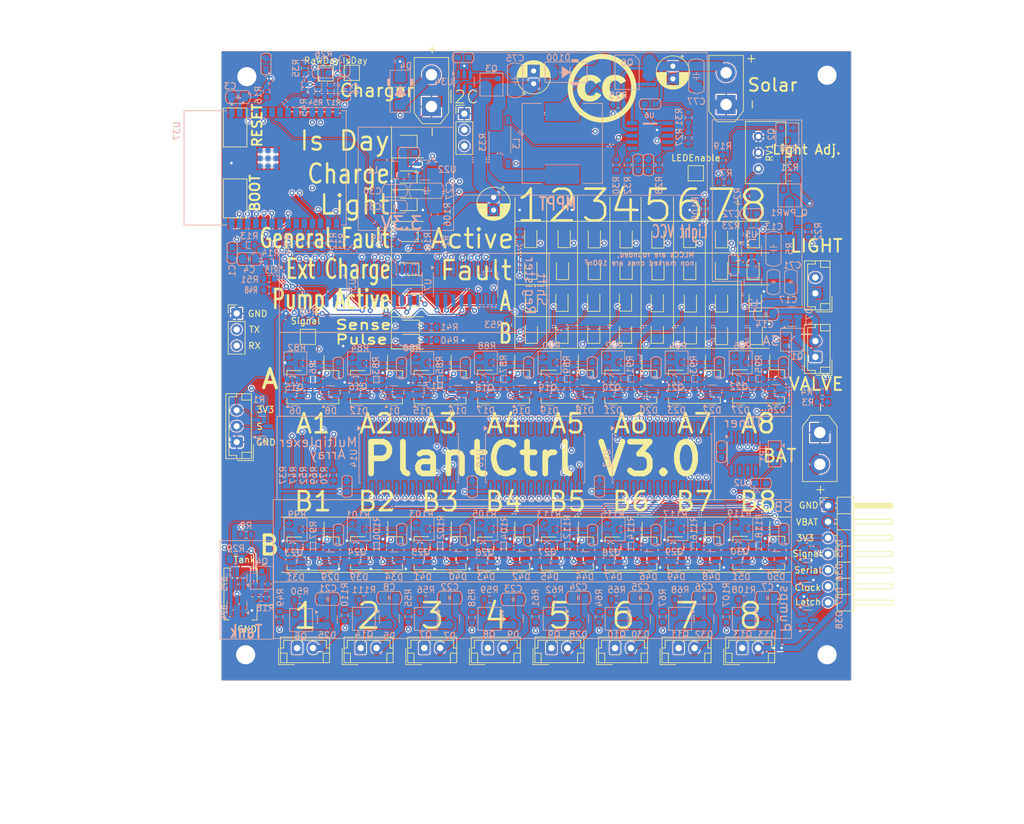
<source format=kicad_pcb>
(kicad_pcb
	(version 20240108)
	(generator "pcbnew")
	(generator_version "8.0")
	(general
		(thickness 1.6)
		(legacy_teardrops no)
	)
	(paper "A4")
	(layers
		(0 "F.Cu" signal)
		(1 "In1.Cu" signal)
		(2 "In2.Cu" signal)
		(31 "B.Cu" signal)
		(32 "B.Adhes" user "B.Adhesive")
		(33 "F.Adhes" user "F.Adhesive")
		(34 "B.Paste" user)
		(35 "F.Paste" user)
		(36 "B.SilkS" user "B.Silkscreen")
		(37 "F.SilkS" user "F.Silkscreen")
		(38 "B.Mask" user)
		(39 "F.Mask" user)
		(40 "Dwgs.User" user "User.Drawings")
		(41 "Cmts.User" user "User.Comments")
		(42 "Eco1.User" user "User.Eco1")
		(43 "Eco2.User" user "User.Eco2")
		(44 "Edge.Cuts" user)
		(45 "Margin" user)
		(46 "B.CrtYd" user "B.Courtyard")
		(47 "F.CrtYd" user "F.Courtyard")
		(48 "B.Fab" user)
		(49 "F.Fab" user)
	)
	(setup
		(stackup
			(layer "F.SilkS"
				(type "Top Silk Screen")
			)
			(layer "F.Paste"
				(type "Top Solder Paste")
			)
			(layer "F.Mask"
				(type "Top Solder Mask")
				(thickness 0.01)
			)
			(layer "F.Cu"
				(type "copper")
				(thickness 0.035)
			)
			(layer "dielectric 1"
				(type "prepreg")
				(thickness 0.1)
				(material "FR4")
				(epsilon_r 4.5)
				(loss_tangent 0.02)
			)
			(layer "In1.Cu"
				(type "copper")
				(thickness 0.035)
			)
			(layer "dielectric 2"
				(type "core")
				(thickness 1.24)
				(material "FR4")
				(epsilon_r 4.5)
				(loss_tangent 0.02)
			)
			(layer "In2.Cu"
				(type "copper")
				(thickness 0.035)
			)
			(layer "dielectric 3"
				(type "prepreg")
				(thickness 0.1)
				(material "FR4")
				(epsilon_r 4.5)
				(loss_tangent 0.02)
			)
			(layer "B.Cu"
				(type "copper")
				(thickness 0.035)
			)
			(layer "B.Mask"
				(type "Bottom Solder Mask")
				(thickness 0.01)
			)
			(layer "B.Paste"
				(type "Bottom Solder Paste")
			)
			(layer "B.SilkS"
				(type "Bottom Silk Screen")
			)
			(copper_finish "HAL lead-free")
			(dielectric_constraints no)
		)
		(pad_to_mask_clearance 0.05)
		(allow_soldermask_bridges_in_footprints no)
		(aux_axis_origin 68.58 26.67)
		(grid_origin 68.58 26.67)
		(pcbplotparams
			(layerselection 0x003ffff_ffffffff)
			(plot_on_all_layers_selection 0x0000000_00000000)
			(disableapertmacros no)
			(usegerberextensions no)
			(usegerberattributes no)
			(usegerberadvancedattributes no)
			(creategerberjobfile no)
			(dashed_line_dash_ratio 12.000000)
			(dashed_line_gap_ratio 3.000000)
			(svgprecision 4)
			(plotframeref no)
			(viasonmask no)
			(mode 1)
			(useauxorigin no)
			(hpglpennumber 1)
			(hpglpenspeed 20)
			(hpglpendiameter 15.000000)
			(pdf_front_fp_property_popups yes)
			(pdf_back_fp_property_popups yes)
			(dxfpolygonmode yes)
			(dxfimperialunits yes)
			(dxfusepcbnewfont yes)
			(psnegative no)
			(psa4output no)
			(plotreference yes)
			(plotvalue yes)
			(plotfptext yes)
			(plotinvisibletext no)
			(sketchpadsonfab no)
			(subtractmaskfromsilk no)
			(outputformat 1)
			(mirror no)
			(drillshape 0)
			(scaleselection 1)
			(outputdirectory "gerber/")
		)
	)
	(net 0 "")
	(net 1 "EN")
	(net 2 "VBAT")
	(net 3 "GND")
	(net 4 "S1")
	(net 5 "G1")
	(net 6 "3_3V")
	(net 7 "Temp")
	(net 8 "S2")
	(net 9 "G2")
	(net 10 "S3")
	(net 11 "Net-(U22-BST)")
	(net 12 "Net-(PUMP2-Pin_1)")
	(net 13 "PUMP_ENABLE")
	(net 14 "TANK_SENSOR")
	(net 15 "Net-(PUMP3-Pin_1)")
	(net 16 "Net-(PUMP4-Pin_1)")
	(net 17 "Net-(PUMP1-Pin_1)")
	(net 18 "Net-(PUMP5-Pin_1)")
	(net 19 "Net-(PUMP6-Pin_1)")
	(net 20 "Net-(PUMP7-Pin_1)")
	(net 21 "Net-(PUMP8-Pin_1)")
	(net 22 "SerialOut")
	(net 23 "Clock")
	(net 24 "Latch")
	(net 25 "Net-(Q1-G)")
	(net 26 "G3")
	(net 27 "ESP_RX")
	(net 28 "ESP_TX")
	(net 29 "Net-(Boot1-Pad2)")
	(net 30 "SDA")
	(net 31 "SCL")
	(net 32 "G4")
	(net 33 "S4")
	(net 34 "Net-(D10-K)")
	(net 35 "Net-(Q5-G)")
	(net 36 "G5")
	(net 37 "Net-(Q7-G)")
	(net 38 "Net-(Q8-G)")
	(net 39 "Net-(Q9-G)")
	(net 40 "Net-(Q10-G)")
	(net 41 "Net-(Q11-G)")
	(net 42 "Net-(Q4-G)")
	(net 43 "Net-(Q13-G)")
	(net 44 "Net-(Q14-G)")
	(net 45 "Net-(D78-A)")
	(net 46 "S5")
	(net 47 "Net-(C5-Pad2)")
	(net 48 "S6")
	(net 49 "G6")
	(net 50 "S7")
	(net 51 "PUMP1")
	(net 52 "G7")
	(net 53 "PUMP3")
	(net 54 "G8")
	(net 55 "Net-(R14-Pad2)")
	(net 56 "PUMP4")
	(net 57 "PUMP5")
	(net 58 "PUMP6")
	(net 59 "PUMP7")
	(net 60 "PUMP8")
	(net 61 "PUMP2")
	(net 62 "unconnected-(U37-IO0-Pad8)")
	(net 63 "unconnected-(U37-IO1-Pad9)")
	(net 64 "Net-(D78-K)")
	(net 65 "S8")
	(net 66 "SIGNAL")
	(net 67 "SerialIn")
	(net 68 "S9")
	(net 69 "G9")
	(net 70 "S10")
	(net 71 "G10")
	(net 72 "G11")
	(net 73 "S11")
	(net 74 "G12")
	(net 75 "S12")
	(net 76 "S13")
	(net 77 "G13")
	(net 78 "S14")
	(net 79 "G14")
	(net 80 "S15")
	(net 81 "G15")
	(net 82 "S16")
	(net 83 "G16")
	(net 84 "CD1")
	(net 85 "CD2")
	(net 86 "CD3")
	(net 87 "CD4")
	(net 88 "CD5")
	(net 89 "Net-(D10-A)")
	(net 90 "Net-(D2-K)")
	(net 91 "CD6")
	(net 92 "CD7")
	(net 93 "Net-(U2-CV)")
	(net 94 "CD8")
	(net 95 "CD9")
	(net 96 "CD10")
	(net 97 "CD11")
	(net 98 "CD12")
	(net 99 "CD13")
	(net 100 "CD14")
	(net 101 "CD15")
	(net 102 "CD16")
	(net 103 "1K_3_3")
	(net 104 "Net-(P_FAULT1-K)")
	(net 105 "CD_Probe")
	(net 106 "SENSORS_ON")
	(net 107 "unconnected-(U3-QG-Pad6)")
	(net 108 "unconnected-(U3-QH-Pad7)")
	(net 109 "Net-(CD1-K)")
	(net 110 "Net-(SIGNAL1-K)")
	(net 111 "MS4")
	(net 112 "MS1")
	(net 113 "MS0")
	(net 114 "MS3")
	(net 115 "MS2")
	(net 116 "unconnected-(U2-DIS-Pad7)")
	(net 117 "IsDay")
	(net 118 "S_VIN")
	(net 119 "5K_VBAT")
	(net 120 "Net-(U1-QH')")
	(net 121 "Net-(U3-QH')")
	(net 122 "/Light_In")
	(net 123 "Net-(U5-BST)")
	(net 124 "Net-(Q2-G)")
	(net 125 "Net-(Q2-D)")
	(net 126 "Net-(Q_PWR1-G)")
	(net 127 "Net-(Q_PWR1-D)")
	(net 128 "LED_ENABLE")
	(net 129 "Net-(I2C3-A)")
	(net 130 "Net-(R24-Pad2)")
	(net 131 "Net-(U5-FB)")
	(net 132 "/Light+")
	(net 133 "Net-(U6-VG)")
	(net 134 "Net-(C19-Pad1)")
	(net 135 "Net-(D98-K)")
	(net 136 "Net-(D98-A)")
	(net 137 "Net-(D100-K)")
	(net 138 "Net-(L3-Pad2)")
	(net 139 "Net-(Q6-G)")
	(net 140 "Net-(U6-MPPT)")
	(net 141 "Net-(U6-COM)")
	(net 142 "Net-(U6-BAT)")
	(net 143 "Net-(U6-FB)")
	(net 144 "Net-(U6-CSP)")
	(net 145 "/3_3IN")
	(net 146 "/Light_cool")
	(net 147 "/3_3V_cool")
	(net 148 "Net-(Q3-S)")
	(net 149 "Net-(U34-VCAP)")
	(net 150 "Net-(Q3-G)")
	(net 151 "Net-(J3-Pin_1)")
	(net 152 "ENABLE_TANK")
	(net 153 "Net-(Q15-B)")
	(net 154 "Net-(Q17-B)")
	(net 155 "Net-(Q18-B)")
	(net 156 "Net-(Q19-B)")
	(net 157 "Net-(Q20-B)")
	(net 158 "Net-(Q21-B)")
	(net 159 "Net-(Q22-B)")
	(net 160 "Net-(Q23-B)")
	(net 161 "Net-(Q24-B)")
	(net 162 "Net-(Q25-B)")
	(net 163 "Net-(Q26-B)")
	(net 164 "Net-(Q27-B)")
	(net 165 "Net-(Q28-B)")
	(net 166 "Net-(Q29-B)")
	(net 167 "Net-(Q30-B)")
	(net 168 "Net-(U37-IO7)")
	(net 169 "unconnected-(U37-IO8-Pad10)")
	(net 170 "Net-(D11-A)")
	(net 171 "Net-(JP1-C)")
	(net 172 "unconnected-(U37-NC-Pad22)")
	(net 173 "unconnected-(U37-IO13-Pad14)")
	(net 174 "unconnected-(U37-IO4-Pad4)")
	(net 175 "unconnected-(U37-IO12-Pad13)")
	(net 176 "BOOT_SEL")
	(net 177 "WARN_LED")
	(net 178 "Net-(Q15-C)")
	(net 179 "Net-(Q16-C)")
	(net 180 "Net-(Q17-C)")
	(net 181 "Net-(Q18-C)")
	(net 182 "Net-(Q19-C)")
	(net 183 "Net-(Q20-C)")
	(net 184 "Net-(Q21-C)")
	(net 185 "Net-(Q22-C)")
	(net 186 "Net-(Q23-C)")
	(net 187 "Net-(Q24-C)")
	(net 188 "Net-(Q25-C)")
	(net 189 "Net-(Q26-C)")
	(net 190 "Net-(Q27-C)")
	(net 191 "Net-(Q28-C)")
	(net 192 "Net-(Q29-C)")
	(net 193 "Net-(Q30-C)")
	(net 194 "Net-(Q16-B)")
	(net 195 "FAULT1")
	(net 196 "FAULT2")
	(net 197 "FAULT3")
	(net 198 "FAULT4")
	(net 199 "FAULT5")
	(net 200 "FAULT6")
	(net 201 "FAULT7")
	(net 202 "FAULT8")
	(net 203 "OE")
	(footprint "Connector_JST:JST_PH_B2B-PH-SM4-TB_1x02-1MP_P2.00mm_Vertical" (layer "F.Cu") (at 204.58 117.92 180))
	(footprint "Button_Switch_SMD:SW_SPST_CK_RS282G05A3" (layer "F.Cu") (at 172.33 52.67 90))
	(footprint "Connector_JST:JST_PH_B2B-PH-SM4-TB_1x02-1MP_P2.00mm_Vertical" (layer "F.Cu") (at 194.555 91.77 180))
	(footprint "Connector_AMASS:AMASS_XT30UPB-M_1x02_P5.0mm_Vertical" (layer "F.Cu") (at 249.55 49.05 90))
	(footprint "LED_SMD:LED_0805_2012Metric" (layer "F.Cu") (at 199.53 74.9575 180))
	(footprint "Button_Switch_SMD:SW_SPST_CK_RS282G05A3" (layer "F.Cu") (at 172.33 63.82 -90))
	(footprint "LED_SMD:LED_0805_2012Metric" (layer "F.Cu") (at 223.73 84.945 90))
	(footprint "LED_SMD:LED_0805_2012Metric" (layer "F.Cu") (at 218.83 74.8825 90))
	(footprint "LED_SMD:LED_0805_2012Metric" (layer "F.Cu") (at 228.83 74.92 90))
	(footprint "LED_SMD:LED_0805_2012Metric" (layer "F.Cu") (at 243.93 80.02 90))
	(footprint "Connector_JST:JST_PH_B2B-PH-SM4-TB_1x02-1MP_P2.00mm_Vertical" (layer "F.Cu") (at 254.655 91.67 180))
	(footprint "LED_SMD:LED_0805_2012Metric" (layer "F.Cu") (at 238.73 84.945 90))
	(footprint "Connector_AMASS:AMASS_XT30UPB-F_1x02_P5.0mm_Vertical" (layer "F.Cu") (at 264.28 100.67 -90))
	(footprint "LED_SMD:LED_0805_2012Metric" (layer "F.Cu") (at 243.93 85.045 90))
	(footprint "Connector_JST:JST_PH_B2B-PH-SM4-TB_1x02-1MP_P2.00mm_Vertical" (layer "F.Cu") (at 184.58 117.97 180))
	(footprint "LED_SMD:LED_0805_2012Metric" (layer "F.Cu") (at 199.655 86.195 180))
	(footprint "Connector_AMASS:AMASS_XT30UPB-F_1x02_P5.0mm_Vertical" (layer "F.Cu") (at 203.21 49.37 90))
	(footprint "Connector_JST:JST_PH_B2B-PH-SM4-TB_1x02-1MP_P2.00mm_Vertical" (layer "F.Cu") (at 254.68 117.87 180))
	(footprint "Connector_JST:JST_EH_B2B-EH-A_1x02_P2.50mm_Vertical" (layer "F.Cu") (at 232.08 134.575))
	(footprint "Connector_JST:JST_EH_B2B-EH-A_1x02_P2.50mm_Vertical" (layer "F.Cu") (at 242.08 134.575))
	(footprint "Connector_JST:JST_EH_B2B-EH-A_1x02_P2.50mm_Vertical" (layer "F.Cu") (at 263.58 88.77 90))
	(footprint "LED_SMD:LED_0805_2012Metric" (layer "F.Cu") (at 248.83 85.145 90))
	(footprint "LED_SMD:LED_0805_2012Metric" (layer "F.Cu") (at 248.83 80.02 90))
	(footprint "Connector_JST:JST_EH_B3B-EH-A_1x03_P2.50mm_Vertical" (layer "F.Cu") (at 172.58 102.17 90))
	(footprint "Connector_JST:JST_PH_B2B-PH-SM4-TB_1x02-1MP_P2.00mm_Vertical" (layer "F.Cu") (at 224.58 117.97 180))
	(footprint "LED_SMD:LED_0805_2012Metric" (layer "F.Cu") (at 199.43 69.6575 180))
	(footprint "Connector_PinHeader_2.54mm:PinHeader_1x07_P2.54mm_Horizontal" (layer "F.Cu") (at 265.58 112.17))
	(footprint "LED_SMD:LED_0805_2012Metric" (layer "F.Cu") (at 218.93 84.945 90))
	(footprint "LED_SMD:LED_0805_2012Metric" (layer "F.Cu") (at 243.83 69.8825 90))
	(footprint "LED_SMD:LED_0805_2012Metric"
		(layer "F.Cu")
		(uuid "3c7c91f3-3528-490c-a439-94ead7cb094f")
		(at 228.73 84.945 90)
		(descr "LED SMD 0805 (2012 Metric), square (rectangular) end terminal, IPC_7351 nominal, (Body size source: https://docs.google.com/spreadsheets/d/1BsfQQcO9C6DZCsRaXUlFlo91Tg2WpOkGARC1WS5S8t0/edit?usp=sharing), generated with kicad-footprint-generator")
		(tags "LED")
		(property "Reference" "SD11"
			(at 0 -1.65 -90)
			(layer "F.SilkS")
			(hide yes)
			(uuid "7890f1e9-aaf5-4572-a4bc-008d7182646f")
			(effects
				(font
					(size 1 1)
					(thickness 0.15)
				)
			)
		)
		(property "Value" "GREEN"
			(at 0 1.65 -90)
			(layer "F.Fab")
			(uuid "452d8a11-6ea9-4be6-b579-a8b728c8f6fe")
			(effects
				(font
					(size 1 1)
					(thickness 0.15)
				)
			)
		)
		(property "Footprint" "LED_SMD:LED_0805_2012Metric"
			(at 0 0 90)
			(unlocked yes)
			(layer "F.Fab")
			(hide yes)
			(uuid "60dfad94-ad14-4338-83fe-a23998aad1d7")
			(effects
				(font
					(size 1.27 1.27)
					(thickness 0.15)
				)
			)
		)
		(property "Datasheet" ""
			(at 0 0 90)
			(unlocked yes)
			(layer "F.Fab")
			(hide yes)
			(uuid "cfae0417-81d9-45f6-9318-2dc197c5011b")
			(effects
				(font
					(size 1.27 1.27)
					(thickness 0.15)
				)
			)
		)
		(property "Description" ""
			(at 0 0 90)
			(unlocked yes)
			(layer "F.Fab")
			(hide yes)
			(uuid "29db095d-a992-4c47-9515-ca5069522c5c")
			(effects
				(font
					(size 1.27 1.27)
					(thickness 0.15)
				)
			)
		)
		(property "LCSC_PART_NUMBER" "C84256"
			(at 0 0 90)
			(unlocked yes)
			(layer "F.Fab")
			(hide yes)
			(uuid "76a39859-57b8-4527-8bc6-cffe1f6c8b46")
			(effects
				(font
					(size 1 1)
					(thickness 0.15)
				)
			)
		)
		(property ki_fp_filters "LED* LED_SMD:* LED_THT:*")
		(path "/8081e0c8-926f-45f6-b7a5-d43c8b9f78c7")
		(sheetname "Root")
		(sheetfile "PlantCtrlESP32.kicad_sch")
		(attr smd dnp)
		(fp_line
			(start 1 -0.96)
			(end -1.685 -0.96)
			(stroke
				(width 0.12)
				(type solid)
			)
			(layer "F.SilkS")
			(uuid "3e2bec5e-c4f3-413f-9f86-2f2cd9e6b295")
		)
		(fp_line
			(start -1.685 -0.96)
			(end -1.685 0.96)
			(stroke
				(width 0.12)
				(type solid)
			)
			(layer "F.SilkS")
			(uuid "29b18ef6-6ce9-4917-99ae-9a921958210e")
		)
		(fp_line
			(start -1.685 0.96)
			(end 1 0.96)
			(stroke
				(width 0.12)
				(type solid)
			)
			(layer "F.SilkS")
			(uuid "3367ae37-9f30-4cb5-8ced-958523045857")
		)
		(fp_line
			(start 1.68 -0.95)
			(end 1.68 0.95)
			(stroke
				(width 0.05)
				(type solid)
			)
			(layer "F.CrtYd")
			(uuid "636032ec-f6e1-4442-ae66-ef018d1f4341")
		)
		(fp_line
			(start -1.68 -0.95)
			(end 1.68 -0.95)
			(stroke
				(width 0.05)
				(type solid)
			)
			(layer "F.CrtYd")
			(uuid "f952e624-fd8b-4b5f-b6e1-719ad2b3084c")
		)
		(fp_line
			(start 1.68 0.95)
			(end -1.68 0.95)
			(stroke
				(width 0.05)
				(type solid)
			)
			(layer "F.CrtYd")
			(uuid "aa99f8b2-ed04-45f1-970c-fd1b038808bd")
		)
		(fp_line
			(start -1.68 0.95)
			(end -1.68 -0.95)
			(stroke
				(width 0.05)
				(type solid)
			)
			(layer "F.CrtYd")
			(uuid "df91b5d5-8fb4-4109-adeb-2d8a7758bc76")
		)
		(fp_line
			(start 1 -0.6)
			(end -0.7 -0.6)
			(stroke
				(width 0.1)
				(type solid)
			)
			(layer "F.Fab")
			(uuid "e4fd6c3b-ea3e-4a21-8a79-c0071170a557")
		)
		(fp_line
			(star
... [4543616 chars truncated]
</source>
